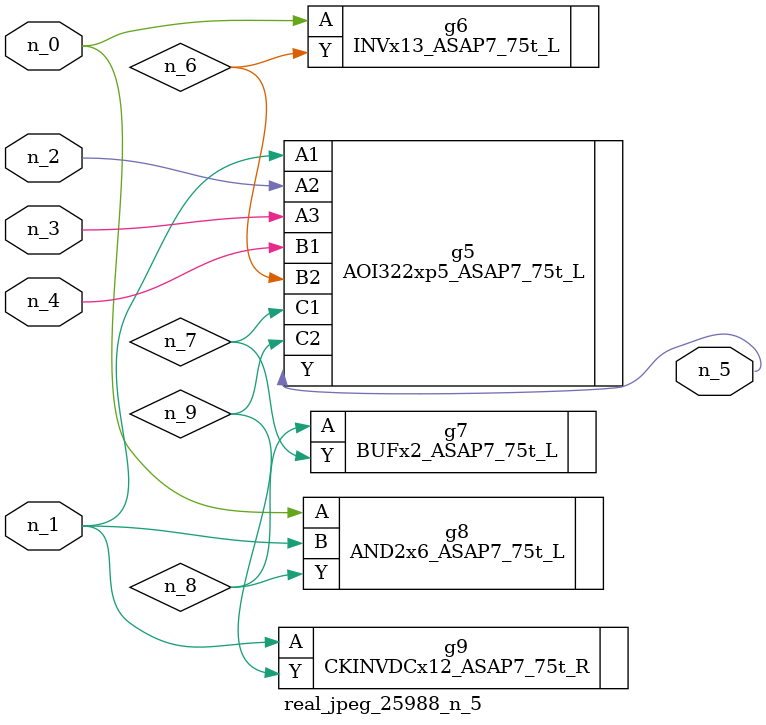
<source format=v>
module real_jpeg_25988_n_5 (n_4, n_0, n_1, n_2, n_3, n_5);

input n_4;
input n_0;
input n_1;
input n_2;
input n_3;

output n_5;

wire n_8;
wire n_6;
wire n_7;
wire n_9;

INVx13_ASAP7_75t_L g6 ( 
.A(n_0),
.Y(n_6)
);

AND2x6_ASAP7_75t_L g8 ( 
.A(n_0),
.B(n_1),
.Y(n_8)
);

AOI322xp5_ASAP7_75t_L g5 ( 
.A1(n_1),
.A2(n_2),
.A3(n_3),
.B1(n_4),
.B2(n_6),
.C1(n_7),
.C2(n_9),
.Y(n_5)
);

CKINVDCx12_ASAP7_75t_R g9 ( 
.A(n_1),
.Y(n_9)
);

BUFx2_ASAP7_75t_L g7 ( 
.A(n_8),
.Y(n_7)
);


endmodule
</source>
